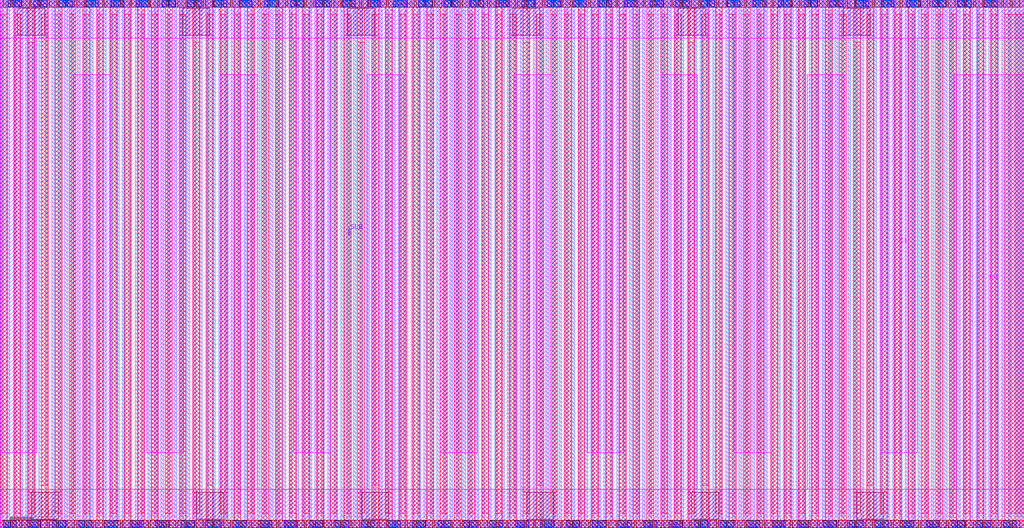
<source format=lef>
# Copyright 2020 The SkyWater PDK Authors
#
# Licensed under the Apache License, Version 2.0 (the "License");
# you may not use this file except in compliance with the License.
# You may obtain a copy of the License at
#
#     https://www.apache.org/licenses/LICENSE-2.0
#
# Unless required by applicable law or agreed to in writing, software
# distributed under the License is distributed on an "AS IS" BASIS,
# WITHOUT WARRANTIES OR CONDITIONS OF ANY KIND, either express or implied.
# See the License for the specific language governing permissions and
# limitations under the License.
#
# SPDX-License-Identifier: Apache-2.0

VERSION 5.7 ;
  NOWIREEXTENSIONATPIN ON ;
  DIVIDERCHAR "/" ;
  BUSBITCHARS "[]" ;
MACRO sky130_fd_pr__cap_vpp_44p7x23p1_pol1m1m2m3m4m5_noshield
  CLASS BLOCK ;
  FOREIGN sky130_fd_pr__cap_vpp_44p7x23p1_pol1m1m2m3m4m5_noshield ;
  ORIGIN  0.000000  0.000000 ;
  SIZE  44.65000 BY  23.05000 ;
  PIN C0
    PORT
      LAYER met5 ;
        RECT  0.000000 0.000000 44.650000  1.675000 ;
        RECT  3.200000 1.675000  4.800000 19.775000 ;
        RECT  9.600000 1.675000 11.200000 19.775000 ;
        RECT 16.000000 1.675000 17.600000 19.775000 ;
        RECT 22.400000 1.675000 24.000000 19.775000 ;
        RECT 28.800000 1.675000 30.400000 19.775000 ;
        RECT 35.200000 1.675000 36.800000 19.775000 ;
        RECT 41.600000 1.675000 44.650000 19.775000 ;
    END
  END C0
  PIN C1
    PORT
      LAYER met5 ;
        RECT  0.000000  3.275000  1.600000 21.375000 ;
        RECT  0.000000 21.375000 44.650000 23.050000 ;
        RECT  6.400000  3.275000  8.000000 21.375000 ;
        RECT 12.800000  3.275000 14.400000 21.375000 ;
        RECT 19.200000  3.275000 20.800000 21.375000 ;
        RECT 25.600000  3.275000 27.200000 21.375000 ;
        RECT 32.000000  3.275000 33.600000 21.375000 ;
        RECT 38.400000  3.275000 40.000000 21.375000 ;
    END
  END C1
  PIN SUB
    PORT
      LAYER pwell ;
        RECT 15.205000 12.785000 15.310000 13.030000 ;
    END
  END SUB
  OBS
    LAYER li1 ;
      RECT  0.000000  0.000000 44.650000  0.330000 ;
      RECT  0.000000  0.330000  0.140000 22.580000 ;
      RECT  0.000000 22.720000 44.650000 23.050000 ;
      RECT  0.280000  0.470000  0.420000 22.720000 ;
      RECT  0.560000  0.330000  0.700000 22.580000 ;
      RECT  0.840000  0.470000  0.980000 22.720000 ;
      RECT  1.120000  0.330000  1.260000 22.580000 ;
      RECT  1.400000  0.470000  1.540000 22.720000 ;
      RECT  1.680000  0.330000  1.820000 22.580000 ;
      RECT  1.960000  0.470000  2.100000 22.720000 ;
      RECT  2.240000  0.330000  2.380000 22.580000 ;
      RECT  2.520000  0.470000  2.660000 22.720000 ;
      RECT  2.800000  0.330000  2.940000 22.580000 ;
      RECT  3.080000  0.470000  3.220000 22.720000 ;
      RECT  3.360000  0.330000  3.500000 22.580000 ;
      RECT  3.640000  0.470000  3.780000 22.720000 ;
      RECT  3.920000  0.330000  4.060000 22.580000 ;
      RECT  4.200000  0.470000  4.340000 22.720000 ;
      RECT  4.480000  0.330000  4.620000 22.580000 ;
      RECT  4.760000  0.470000  4.900000 22.720000 ;
      RECT  5.040000  0.330000  5.180000 22.580000 ;
      RECT  5.320000  0.470000  5.460000 22.720000 ;
      RECT  5.600000  0.330000  5.740000 22.580000 ;
      RECT  5.880000  0.470000  6.020000 22.720000 ;
      RECT  6.160000  0.330000  6.300000 22.580000 ;
      RECT  6.440000  0.470000  6.580000 22.720000 ;
      RECT  6.720000  0.330000  6.860000 22.580000 ;
      RECT  7.000000  0.470000  7.140000 22.720000 ;
      RECT  7.280000  0.330000  7.420000 22.580000 ;
      RECT  7.560000  0.470000  7.700000 22.720000 ;
      RECT  7.840000  0.330000  7.980000 22.580000 ;
      RECT  8.120000  0.470000  8.260000 22.720000 ;
      RECT  8.400000  0.330000  8.540000 22.580000 ;
      RECT  8.680000  0.470000  8.820000 22.720000 ;
      RECT  8.960000  0.330000  9.100000 22.580000 ;
      RECT  9.240000  0.470000  9.380000 22.720000 ;
      RECT  9.520000  0.330000  9.660000 22.580000 ;
      RECT  9.800000  0.470000  9.940000 22.720000 ;
      RECT 10.080000  0.330000 10.220000 22.580000 ;
      RECT 10.360000  0.470000 10.500000 22.720000 ;
      RECT 10.640000  0.330000 10.780000 22.580000 ;
      RECT 10.920000  0.470000 11.060000 22.720000 ;
      RECT 11.200000  0.330000 11.340000 22.580000 ;
      RECT 11.480000  0.470000 11.620000 22.720000 ;
      RECT 11.760000  0.330000 11.900000 22.580000 ;
      RECT 12.040000  0.470000 12.180000 22.720000 ;
      RECT 12.320000  0.330000 12.460000 22.580000 ;
      RECT 12.600000  0.470000 12.740000 22.720000 ;
      RECT 12.880000  0.330000 13.020000 22.580000 ;
      RECT 13.160000  0.470000 13.300000 22.720000 ;
      RECT 13.440000  0.330000 13.580000 22.580000 ;
      RECT 13.720000  0.470000 13.860000 22.720000 ;
      RECT 14.000000  0.330000 14.140000 22.580000 ;
      RECT 14.280000  0.470000 14.420000 22.720000 ;
      RECT 14.560000  0.330000 14.700000 22.580000 ;
      RECT 14.840000  0.470000 14.980000 22.720000 ;
      RECT 15.120000  0.330000 15.260000 22.580000 ;
      RECT 15.400000  0.470000 15.540000 22.720000 ;
      RECT 15.680000  0.330000 15.820000 22.580000 ;
      RECT 15.960000  0.470000 16.100000 22.720000 ;
      RECT 16.240000  0.330000 16.380000 22.580000 ;
      RECT 16.520000  0.470000 16.660000 22.720000 ;
      RECT 16.800000  0.330000 16.940000 22.580000 ;
      RECT 17.080000  0.470000 17.220000 22.720000 ;
      RECT 17.360000  0.330000 17.500000 22.580000 ;
      RECT 17.640000  0.470000 17.780000 22.720000 ;
      RECT 17.920000  0.330000 18.060000 22.580000 ;
      RECT 18.200000  0.470000 18.340000 22.720000 ;
      RECT 18.480000  0.330000 18.620000 22.580000 ;
      RECT 18.760000  0.470000 18.900000 22.720000 ;
      RECT 19.040000  0.330000 19.180000 22.580000 ;
      RECT 19.320000  0.470000 19.460000 22.720000 ;
      RECT 19.600000  0.330000 19.740000 22.580000 ;
      RECT 19.880000  0.470000 20.020000 22.720000 ;
      RECT 20.160000  0.330000 20.300000 22.580000 ;
      RECT 20.440000  0.470000 20.580000 22.720000 ;
      RECT 20.720000  0.330000 20.860000 22.580000 ;
      RECT 21.000000  0.470000 21.140000 22.720000 ;
      RECT 21.280000  0.330000 21.420000 22.580000 ;
      RECT 21.560000  0.470000 21.700000 22.720000 ;
      RECT 21.840000  0.330000 21.980000 22.580000 ;
      RECT 22.120000  0.470000 22.260000 22.720000 ;
      RECT 22.400000  0.330000 22.540000 22.580000 ;
      RECT 22.680000  0.470000 22.820000 22.720000 ;
      RECT 22.960000  0.330000 23.100000 22.580000 ;
      RECT 23.240000  0.470000 23.380000 22.720000 ;
      RECT 23.520000  0.330000 23.660000 22.580000 ;
      RECT 23.800000  0.470000 23.940000 22.720000 ;
      RECT 24.080000  0.330000 24.220000 22.580000 ;
      RECT 24.360000  0.470000 24.500000 22.720000 ;
      RECT 24.640000  0.330000 24.780000 22.580000 ;
      RECT 24.920000  0.470000 25.060000 22.720000 ;
      RECT 25.200000  0.330000 25.340000 22.580000 ;
      RECT 25.480000  0.470000 25.620000 22.720000 ;
      RECT 25.760000  0.330000 25.900000 22.580000 ;
      RECT 26.040000  0.470000 26.180000 22.720000 ;
      RECT 26.320000  0.330000 26.460000 22.580000 ;
      RECT 26.600000  0.470000 26.740000 22.720000 ;
      RECT 26.880000  0.330000 27.020000 22.580000 ;
      RECT 27.160000  0.470000 27.300000 22.720000 ;
      RECT 27.440000  0.330000 27.580000 22.580000 ;
      RECT 27.720000  0.470000 27.860000 22.720000 ;
      RECT 28.000000  0.330000 28.140000 22.580000 ;
      RECT 28.280000  0.470000 28.420000 22.720000 ;
      RECT 28.560000  0.330000 28.700000 22.580000 ;
      RECT 28.840000  0.470000 28.980000 22.720000 ;
      RECT 29.120000  0.330000 29.260000 22.580000 ;
      RECT 29.400000  0.470000 29.540000 22.720000 ;
      RECT 29.680000  0.330000 29.820000 22.580000 ;
      RECT 29.960000  0.470000 30.100000 22.720000 ;
      RECT 30.240000  0.330000 30.380000 22.580000 ;
      RECT 30.520000  0.470000 30.660000 22.720000 ;
      RECT 30.800000  0.330000 30.940000 22.580000 ;
      RECT 31.080000  0.470000 31.220000 22.720000 ;
      RECT 31.360000  0.330000 31.500000 22.580000 ;
      RECT 31.640000  0.470000 31.780000 22.720000 ;
      RECT 31.920000  0.330000 32.060000 22.580000 ;
      RECT 32.200000  0.470000 32.340000 22.720000 ;
      RECT 32.480000  0.330000 32.620000 22.580000 ;
      RECT 32.760000  0.470000 32.900000 22.720000 ;
      RECT 33.040000  0.330000 33.180000 22.580000 ;
      RECT 33.320000  0.470000 33.460000 22.720000 ;
      RECT 33.600000  0.330000 33.740000 22.580000 ;
      RECT 33.880000  0.470000 34.020000 22.720000 ;
      RECT 34.160000  0.330000 34.300000 22.580000 ;
      RECT 34.440000  0.470000 34.580000 22.720000 ;
      RECT 34.720000  0.330000 34.860000 22.580000 ;
      RECT 35.000000  0.470000 35.140000 22.720000 ;
      RECT 35.280000  0.330000 35.420000 22.580000 ;
      RECT 35.560000  0.470000 35.700000 22.720000 ;
      RECT 35.840000  0.330000 35.980000 22.580000 ;
      RECT 36.120000  0.470000 36.260000 22.720000 ;
      RECT 36.400000  0.330000 36.540000 22.580000 ;
      RECT 36.680000  0.470000 36.820000 22.720000 ;
      RECT 36.960000  0.330000 37.100000 22.580000 ;
      RECT 37.240000  0.470000 37.380000 22.720000 ;
      RECT 37.520000  0.330000 37.660000 22.580000 ;
      RECT 37.800000  0.470000 37.940000 22.720000 ;
      RECT 38.080000  0.330000 38.220000 22.580000 ;
      RECT 38.360000  0.470000 38.500000 22.720000 ;
      RECT 38.640000  0.330000 38.780000 22.580000 ;
      RECT 38.920000  0.470000 39.060000 22.720000 ;
      RECT 39.200000  0.330000 39.340000 22.580000 ;
      RECT 39.480000  0.470000 39.620000 22.720000 ;
      RECT 39.760000  0.330000 39.900000 22.580000 ;
      RECT 40.040000  0.470000 40.180000 22.720000 ;
      RECT 40.320000  0.330000 40.460000 22.580000 ;
      RECT 40.600000  0.470000 40.740000 22.720000 ;
      RECT 40.880000  0.330000 41.020000 22.580000 ;
      RECT 41.160000  0.470000 41.300000 22.720000 ;
      RECT 41.440000  0.330000 41.580000 22.580000 ;
      RECT 41.720000  0.470000 41.860000 22.720000 ;
      RECT 42.000000  0.330000 42.140000 22.580000 ;
      RECT 42.280000  0.470000 42.420000 22.720000 ;
      RECT 42.560000  0.330000 42.700000 22.580000 ;
      RECT 42.840000  0.470000 42.980000 22.720000 ;
      RECT 43.120000  0.330000 43.260000 22.580000 ;
      RECT 43.400000  0.470000 43.540000 22.720000 ;
      RECT 43.680000  0.330000 43.820000 22.580000 ;
      RECT 43.960000  0.470000 44.100000 22.720000 ;
      RECT 44.240000  0.330000 44.650000 22.580000 ;
    LAYER mcon ;
      RECT  0.190000  0.080000  0.360000  0.250000 ;
      RECT  0.190000 22.800000  0.360000 22.970000 ;
      RECT  0.550000  0.080000  0.720000  0.250000 ;
      RECT  0.550000 22.800000  0.720000 22.970000 ;
      RECT  0.910000  0.080000  1.080000  0.250000 ;
      RECT  0.910000 22.800000  1.080000 22.970000 ;
      RECT  1.270000  0.080000  1.440000  0.250000 ;
      RECT  1.270000 22.800000  1.440000 22.970000 ;
      RECT  1.630000  0.080000  1.800000  0.250000 ;
      RECT  1.630000 22.800000  1.800000 22.970000 ;
      RECT  1.990000  0.080000  2.160000  0.250000 ;
      RECT  1.990000 22.800000  2.160000 22.970000 ;
      RECT  2.350000  0.080000  2.520000  0.250000 ;
      RECT  2.350000 22.800000  2.520000 22.970000 ;
      RECT  2.710000  0.080000  2.880000  0.250000 ;
      RECT  2.710000 22.800000  2.880000 22.970000 ;
      RECT  3.070000  0.080000  3.240000  0.250000 ;
      RECT  3.070000 22.800000  3.240000 22.970000 ;
      RECT  3.430000  0.080000  3.600000  0.250000 ;
      RECT  3.430000 22.800000  3.600000 22.970000 ;
      RECT  3.790000  0.080000  3.960000  0.250000 ;
      RECT  3.790000 22.800000  3.960000 22.970000 ;
      RECT  4.150000  0.080000  4.320000  0.250000 ;
      RECT  4.150000 22.800000  4.320000 22.970000 ;
      RECT  4.510000  0.080000  4.680000  0.250000 ;
      RECT  4.510000 22.800000  4.680000 22.970000 ;
      RECT  4.870000  0.080000  5.040000  0.250000 ;
      RECT  4.870000 22.800000  5.040000 22.970000 ;
      RECT  5.230000  0.080000  5.400000  0.250000 ;
      RECT  5.230000 22.800000  5.400000 22.970000 ;
      RECT  5.590000  0.080000  5.760000  0.250000 ;
      RECT  5.590000 22.800000  5.760000 22.970000 ;
      RECT  5.950000  0.080000  6.120000  0.250000 ;
      RECT  5.950000 22.800000  6.120000 22.970000 ;
      RECT  6.310000  0.080000  6.480000  0.250000 ;
      RECT  6.310000 22.800000  6.480000 22.970000 ;
      RECT  6.670000  0.080000  6.840000  0.250000 ;
      RECT  6.670000 22.800000  6.840000 22.970000 ;
      RECT  7.030000  0.080000  7.200000  0.250000 ;
      RECT  7.030000 22.800000  7.200000 22.970000 ;
      RECT  7.390000  0.080000  7.560000  0.250000 ;
      RECT  7.390000 22.800000  7.560000 22.970000 ;
      RECT  7.750000  0.080000  7.920000  0.250000 ;
      RECT  7.750000 22.800000  7.920000 22.970000 ;
      RECT  8.110000  0.080000  8.280000  0.250000 ;
      RECT  8.110000 22.800000  8.280000 22.970000 ;
      RECT  8.470000  0.080000  8.640000  0.250000 ;
      RECT  8.470000 22.800000  8.640000 22.970000 ;
      RECT  8.830000  0.080000  9.000000  0.250000 ;
      RECT  8.830000 22.800000  9.000000 22.970000 ;
      RECT  9.190000  0.080000  9.360000  0.250000 ;
      RECT  9.190000 22.800000  9.360000 22.970000 ;
      RECT  9.550000  0.080000  9.720000  0.250000 ;
      RECT  9.550000 22.800000  9.720000 22.970000 ;
      RECT  9.910000  0.080000 10.080000  0.250000 ;
      RECT  9.910000 22.800000 10.080000 22.970000 ;
      RECT 10.270000  0.080000 10.440000  0.250000 ;
      RECT 10.270000 22.800000 10.440000 22.970000 ;
      RECT 10.630000  0.080000 10.800000  0.250000 ;
      RECT 10.630000 22.800000 10.800000 22.970000 ;
      RECT 10.990000  0.080000 11.160000  0.250000 ;
      RECT 10.990000 22.800000 11.160000 22.970000 ;
      RECT 11.350000  0.080000 11.520000  0.250000 ;
      RECT 11.350000 22.800000 11.520000 22.970000 ;
      RECT 11.710000  0.080000 11.880000  0.250000 ;
      RECT 11.710000 22.800000 11.880000 22.970000 ;
      RECT 12.070000  0.080000 12.240000  0.250000 ;
      RECT 12.070000 22.800000 12.240000 22.970000 ;
      RECT 12.430000  0.080000 12.600000  0.250000 ;
      RECT 12.430000 22.800000 12.600000 22.970000 ;
      RECT 12.790000  0.080000 12.960000  0.250000 ;
      RECT 12.790000 22.800000 12.960000 22.970000 ;
      RECT 13.150000  0.080000 13.320000  0.250000 ;
      RECT 13.150000 22.800000 13.320000 22.970000 ;
      RECT 13.510000  0.080000 13.680000  0.250000 ;
      RECT 13.510000 22.800000 13.680000 22.970000 ;
      RECT 13.870000  0.080000 14.040000  0.250000 ;
      RECT 13.870000 22.800000 14.040000 22.970000 ;
      RECT 14.230000  0.080000 14.400000  0.250000 ;
      RECT 14.230000 22.800000 14.400000 22.970000 ;
      RECT 14.590000  0.080000 14.760000  0.250000 ;
      RECT 14.590000 22.800000 14.760000 22.970000 ;
      RECT 14.950000  0.080000 15.120000  0.250000 ;
      RECT 14.950000 22.800000 15.120000 22.970000 ;
      RECT 15.310000  0.080000 15.480000  0.250000 ;
      RECT 15.310000 22.800000 15.480000 22.970000 ;
      RECT 15.670000  0.080000 15.840000  0.250000 ;
      RECT 15.670000 22.800000 15.840000 22.970000 ;
      RECT 16.030000  0.080000 16.200000  0.250000 ;
      RECT 16.030000 22.800000 16.200000 22.970000 ;
      RECT 16.390000  0.080000 16.560000  0.250000 ;
      RECT 16.390000 22.800000 16.560000 22.970000 ;
      RECT 16.750000  0.080000 16.920000  0.250000 ;
      RECT 16.750000 22.800000 16.920000 22.970000 ;
      RECT 17.110000  0.080000 17.280000  0.250000 ;
      RECT 17.110000 22.800000 17.280000 22.970000 ;
      RECT 17.470000  0.080000 17.640000  0.250000 ;
      RECT 17.470000 22.800000 17.640000 22.970000 ;
      RECT 17.830000  0.080000 18.000000  0.250000 ;
      RECT 17.830000 22.800000 18.000000 22.970000 ;
      RECT 18.190000  0.080000 18.360000  0.250000 ;
      RECT 18.190000 22.800000 18.360000 22.970000 ;
      RECT 18.550000  0.080000 18.720000  0.250000 ;
      RECT 18.550000 22.800000 18.720000 22.970000 ;
      RECT 18.910000  0.080000 19.080000  0.250000 ;
      RECT 18.910000 22.800000 19.080000 22.970000 ;
      RECT 19.270000  0.080000 19.440000  0.250000 ;
      RECT 19.270000 22.800000 19.440000 22.970000 ;
      RECT 19.630000  0.080000 19.800000  0.250000 ;
      RECT 19.630000 22.800000 19.800000 22.970000 ;
      RECT 19.990000  0.080000 20.160000  0.250000 ;
      RECT 19.990000 22.800000 20.160000 22.970000 ;
      RECT 20.350000  0.080000 20.520000  0.250000 ;
      RECT 20.350000 22.800000 20.520000 22.970000 ;
      RECT 20.710000  0.080000 20.880000  0.250000 ;
      RECT 20.710000 22.800000 20.880000 22.970000 ;
      RECT 21.070000  0.080000 21.240000  0.250000 ;
      RECT 21.070000 22.800000 21.240000 22.970000 ;
      RECT 21.430000  0.080000 21.600000  0.250000 ;
      RECT 21.430000 22.800000 21.600000 22.970000 ;
      RECT 21.790000  0.080000 21.960000  0.250000 ;
      RECT 21.790000 22.800000 21.960000 22.970000 ;
      RECT 22.150000  0.080000 22.320000  0.250000 ;
      RECT 22.150000 22.800000 22.320000 22.970000 ;
      RECT 22.510000  0.080000 22.680000  0.250000 ;
      RECT 22.510000 22.800000 22.680000 22.970000 ;
      RECT 22.870000  0.080000 23.040000  0.250000 ;
      RECT 22.870000 22.800000 23.040000 22.970000 ;
      RECT 23.230000  0.080000 23.400000  0.250000 ;
      RECT 23.230000 22.800000 23.400000 22.970000 ;
      RECT 23.590000  0.080000 23.760000  0.250000 ;
      RECT 23.590000 22.800000 23.760000 22.970000 ;
      RECT 23.950000  0.080000 24.120000  0.250000 ;
      RECT 23.950000 22.800000 24.120000 22.970000 ;
      RECT 24.310000  0.080000 24.480000  0.250000 ;
      RECT 24.310000 22.800000 24.480000 22.970000 ;
      RECT 24.670000  0.080000 24.840000  0.250000 ;
      RECT 24.670000 22.800000 24.840000 22.970000 ;
      RECT 25.030000  0.080000 25.200000  0.250000 ;
      RECT 25.030000 22.800000 25.200000 22.970000 ;
      RECT 25.390000  0.080000 25.560000  0.250000 ;
      RECT 25.390000 22.800000 25.560000 22.970000 ;
      RECT 25.750000  0.080000 25.920000  0.250000 ;
      RECT 25.750000 22.800000 25.920000 22.970000 ;
      RECT 26.110000  0.080000 26.280000  0.250000 ;
      RECT 26.110000 22.800000 26.280000 22.970000 ;
      RECT 26.470000  0.080000 26.640000  0.250000 ;
      RECT 26.470000 22.800000 26.640000 22.970000 ;
      RECT 26.830000  0.080000 27.000000  0.250000 ;
      RECT 26.830000 22.800000 27.000000 22.970000 ;
      RECT 27.190000  0.080000 27.360000  0.250000 ;
      RECT 27.190000 22.800000 27.360000 22.970000 ;
      RECT 27.550000  0.080000 27.720000  0.250000 ;
      RECT 27.550000 22.800000 27.720000 22.970000 ;
      RECT 27.910000  0.080000 28.080000  0.250000 ;
      RECT 27.910000 22.800000 28.080000 22.970000 ;
      RECT 28.270000  0.080000 28.440000  0.250000 ;
      RECT 28.270000 22.800000 28.440000 22.970000 ;
      RECT 28.630000  0.080000 28.800000  0.250000 ;
      RECT 28.630000 22.800000 28.800000 22.970000 ;
      RECT 28.990000  0.080000 29.160000  0.250000 ;
      RECT 28.990000 22.800000 29.160000 22.970000 ;
      RECT 29.350000  0.080000 29.520000  0.250000 ;
      RECT 29.350000 22.800000 29.520000 22.970000 ;
      RECT 29.710000  0.080000 29.880000  0.250000 ;
      RECT 29.710000 22.800000 29.880000 22.970000 ;
      RECT 30.070000  0.080000 30.240000  0.250000 ;
      RECT 30.070000 22.800000 30.240000 22.970000 ;
      RECT 30.430000  0.080000 30.600000  0.250000 ;
      RECT 30.430000 22.800000 30.600000 22.970000 ;
      RECT 30.790000  0.080000 30.960000  0.250000 ;
      RECT 30.790000 22.800000 30.960000 22.970000 ;
      RECT 31.150000  0.080000 31.320000  0.250000 ;
      RECT 31.150000 22.800000 31.320000 22.970000 ;
      RECT 31.510000  0.080000 31.680000  0.250000 ;
      RECT 31.510000 22.800000 31.680000 22.970000 ;
      RECT 31.870000  0.080000 32.040000  0.250000 ;
      RECT 31.870000 22.800000 32.040000 22.970000 ;
      RECT 32.230000  0.080000 32.400000  0.250000 ;
      RECT 32.230000 22.800000 32.400000 22.970000 ;
      RECT 32.590000  0.080000 32.760000  0.250000 ;
      RECT 32.590000 22.800000 32.760000 22.970000 ;
      RECT 32.950000  0.080000 33.120000  0.250000 ;
      RECT 32.950000 22.800000 33.120000 22.970000 ;
      RECT 33.310000  0.080000 33.480000  0.250000 ;
      RECT 33.310000 22.800000 33.480000 22.970000 ;
      RECT 33.670000  0.080000 33.840000  0.250000 ;
      RECT 33.670000 22.800000 33.840000 22.970000 ;
      RECT 34.030000  0.080000 34.200000  0.250000 ;
      RECT 34.030000 22.800000 34.200000 22.970000 ;
      RECT 34.390000  0.080000 34.560000  0.250000 ;
      RECT 34.390000 22.800000 34.560000 22.970000 ;
      RECT 34.750000  0.080000 34.920000  0.250000 ;
      RECT 34.750000 22.800000 34.920000 22.970000 ;
      RECT 35.110000  0.080000 35.280000  0.250000 ;
      RECT 35.110000 22.800000 35.280000 22.970000 ;
      RECT 35.470000  0.080000 35.640000  0.250000 ;
      RECT 35.470000 22.800000 35.640000 22.970000 ;
      RECT 35.830000  0.080000 36.000000  0.250000 ;
      RECT 35.830000 22.800000 36.000000 22.970000 ;
      RECT 36.190000  0.080000 36.360000  0.250000 ;
      RECT 36.190000 22.800000 36.360000 22.970000 ;
      RECT 36.550000  0.080000 36.720000  0.250000 ;
      RECT 36.550000 22.800000 36.720000 22.970000 ;
      RECT 36.910000  0.080000 37.080000  0.250000 ;
      RECT 36.910000 22.800000 37.080000 22.970000 ;
      RECT 37.270000  0.080000 37.440000  0.250000 ;
      RECT 37.270000 22.800000 37.440000 22.970000 ;
      RECT 37.630000  0.080000 37.800000  0.250000 ;
      RECT 37.630000 22.800000 37.800000 22.970000 ;
      RECT 37.990000  0.080000 38.160000  0.250000 ;
      RECT 37.990000 22.800000 38.160000 22.970000 ;
      RECT 38.350000  0.080000 38.520000  0.250000 ;
      RECT 38.350000 22.800000 38.520000 22.970000 ;
      RECT 38.710000  0.080000 38.880000  0.250000 ;
      RECT 38.710000 22.800000 38.880000 22.970000 ;
      RECT 39.070000  0.080000 39.240000  0.250000 ;
      RECT 39.070000 22.800000 39.240000 22.970000 ;
      RECT 39.430000  0.080000 39.600000  0.250000 ;
      RECT 39.430000 22.800000 39.600000 22.970000 ;
      RECT 39.790000  0.080000 39.960000  0.250000 ;
      RECT 39.790000 22.800000 39.960000 22.970000 ;
      RECT 40.150000  0.080000 40.320000  0.250000 ;
      RECT 40.150000 22.800000 40.320000 22.970000 ;
      RECT 40.510000  0.080000 40.680000  0.250000 ;
      RECT 40.510000 22.800000 40.680000 22.970000 ;
      RECT 40.870000  0.080000 41.040000  0.250000 ;
      RECT 40.870000 22.800000 41.040000 22.970000 ;
      RECT 41.230000  0.080000 41.400000  0.250000 ;
      RECT 41.230000 22.800000 41.400000 22.970000 ;
      RECT 41.590000  0.080000 41.760000  0.250000 ;
      RECT 41.590000 22.800000 41.760000 22.970000 ;
      RECT 41.950000  0.080000 42.120000  0.250000 ;
      RECT 41.950000 22.800000 42.120000 22.970000 ;
      RECT 42.310000  0.080000 42.480000  0.250000 ;
      RECT 42.310000 22.800000 42.480000 22.970000 ;
      RECT 42.670000  0.080000 42.840000  0.250000 ;
      RECT 42.670000 22.800000 42.840000 22.970000 ;
      RECT 43.030000  0.080000 43.200000  0.250000 ;
      RECT 43.030000 22.800000 43.200000 22.970000 ;
      RECT 43.390000  0.080000 43.560000  0.250000 ;
      RECT 43.390000 22.800000 43.560000 22.970000 ;
      RECT 43.750000  0.080000 43.920000  0.250000 ;
      RECT 43.750000 22.800000 43.920000 22.970000 ;
      RECT 44.110000  0.080000 44.280000  0.250000 ;
      RECT 44.110000 22.800000 44.280000 22.970000 ;
    LAYER met1 ;
      RECT  0.000000  0.000000 44.650000  0.330000 ;
      RECT  0.000000  0.470000  0.140000 22.720000 ;
      RECT  0.000000 22.720000 44.650000 23.050000 ;
      RECT  0.280000  0.330000  0.420000 22.580000 ;
      RECT  0.560000  0.470000  0.700000 22.720000 ;
      RECT  0.840000  0.330000  0.980000 22.580000 ;
      RECT  1.120000  0.470000  1.260000 22.720000 ;
      RECT  1.400000  0.330000  1.540000 22.580000 ;
      RECT  1.680000  0.470000  1.820000 22.720000 ;
      RECT  1.960000  0.330000  2.100000 22.580000 ;
      RECT  2.240000  0.470000  2.380000 22.720000 ;
      RECT  2.520000  0.330000  2.660000 22.580000 ;
      RECT  2.800000  0.470000  2.940000 22.720000 ;
      RECT  3.080000  0.330000  3.220000 22.580000 ;
      RECT  3.360000  0.470000  3.500000 22.720000 ;
      RECT  3.640000  0.330000  3.780000 22.580000 ;
      RECT  3.920000  0.470000  4.060000 22.720000 ;
      RECT  4.200000  0.330000  4.340000 22.580000 ;
      RECT  4.480000  0.470000  4.620000 22.720000 ;
      RECT  4.760000  0.330000  4.900000 22.580000 ;
      RECT  5.040000  0.470000  5.180000 22.720000 ;
      RECT  5.320000  0.330000  5.460000 22.580000 ;
      RECT  5.600000  0.470000  5.740000 22.720000 ;
      RECT  5.880000  0.330000  6.020000 22.580000 ;
      RECT  6.160000  0.470000  6.300000 22.720000 ;
      RECT  6.440000  0.330000  6.580000 22.580000 ;
      RECT  6.720000  0.470000  6.860000 22.720000 ;
      RECT  7.000000  0.330000  7.140000 22.580000 ;
      RECT  7.280000  0.470000  7.420000 22.720000 ;
      RECT  7.560000  0.330000  7.700000 22.580000 ;
      RECT  7.840000  0.470000  7.980000 22.720000 ;
      RECT  8.120000  0.330000  8.260000 22.580000 ;
      RECT  8.400000  0.470000  8.540000 22.720000 ;
      RECT  8.680000  0.330000  8.820000 22.580000 ;
      RECT  8.960000  0.470000  9.100000 22.720000 ;
      RECT  9.240000  0.330000  9.380000 22.580000 ;
      RECT  9.520000  0.470000  9.660000 22.720000 ;
      RECT  9.800000  0.330000  9.940000 22.580000 ;
      RECT 10.080000  0.470000 10.220000 22.720000 ;
      RECT 10.360000  0.330000 10.500000 22.580000 ;
      RECT 10.640000  0.470000 10.780000 22.720000 ;
      RECT 10.920000  0.330000 11.060000 22.580000 ;
      RECT 11.200000  0.470000 11.340000 22.720000 ;
      RECT 11.480000  0.330000 11.620000 22.580000 ;
      RECT 11.760000  0.470000 11.900000 22.720000 ;
      RECT 12.040000  0.330000 12.180000 22.580000 ;
      RECT 12.320000  0.470000 12.460000 22.720000 ;
      RECT 12.600000  0.330000 12.740000 22.580000 ;
      RECT 12.880000  0.470000 13.020000 22.720000 ;
      RECT 13.160000  0.330000 13.300000 22.580000 ;
      RECT 13.440000  0.470000 13.580000 22.720000 ;
      RECT 13.720000  0.330000 13.860000 22.580000 ;
      RECT 14.000000  0.470000 14.140000 22.720000 ;
      RECT 14.280000  0.330000 14.420000 22.580000 ;
      RECT 14.560000  0.470000 14.700000 22.720000 ;
      RECT 14.840000  0.330000 14.980000 22.580000 ;
      RECT 15.120000  0.470000 15.260000 22.720000 ;
      RECT 15.400000  0.330000 15.540000 22.580000 ;
      RECT 15.680000  0.470000 15.820000 22.720000 ;
      RECT 15.960000  0.330000 16.100000 22.580000 ;
      RECT 16.240000  0.470000 16.380000 22.720000 ;
      RECT 16.520000  0.330000 16.660000 22.580000 ;
      RECT 16.800000  0.470000 16.940000 22.720000 ;
      RECT 17.080000  0.330000 17.220000 22.580000 ;
      RECT 17.360000  0.470000 17.500000 22.720000 ;
      RECT 17.640000  0.330000 17.780000 22.580000 ;
      RECT 17.920000  0.470000 18.060000 22.720000 ;
      RECT 18.200000  0.330000 18.340000 22.580000 ;
      RECT 18.480000  0.470000 18.620000 22.720000 ;
      RECT 18.760000  0.330000 18.900000 22.580000 ;
      RECT 19.040000  0.470000 19.180000 22.720000 ;
      RECT 19.320000  0.330000 19.460000 22.580000 ;
      RECT 19.600000  0.470000 19.740000 22.720000 ;
      RECT 19.880000  0.330000 20.020000 22.580000 ;
      RECT 20.160000  0.470000 20.300000 22.720000 ;
      RECT 20.440000  0.330000 20.580000 22.580000 ;
      RECT 20.720000  0.470000 20.860000 22.720000 ;
      RECT 21.000000  0.330000 21.140000 22.580000 ;
      RECT 21.280000  0.470000 21.420000 22.720000 ;
      RECT 21.560000  0.330000 21.700000 22.580000 ;
      RECT 21.840000  0.470000 21.980000 22.720000 ;
      RECT 22.120000  0.330000 22.260000 22.580000 ;
      RECT 22.400000  0.470000 22.540000 22.720000 ;
      RECT 22.680000  0.330000 22.820000 22.580000 ;
      RECT 22.960000  0.470000 23.100000 22.720000 ;
      RECT 23.240000  0.330000 23.380000 22.580000 ;
      RECT 23.520000  0.470000 23.660000 22.720000 ;
      RECT 23.800000  0.330000 23.940000 22.580000 ;
      RECT 24.080000  0.470000 24.220000 22.720000 ;
      RECT 24.360000  0.330000 24.500000 22.580000 ;
      RECT 24.640000  0.470000 24.780000 22.720000 ;
      RECT 24.920000  0.330000 25.060000 22.580000 ;
      RECT 25.200000  0.470000 25.340000 22.720000 ;
      RECT 25.480000  0.330000 25.620000 22.580000 ;
      RECT 25.760000  0.470000 25.900000 22.720000 ;
      RECT 26.040000  0.330000 26.180000 22.580000 ;
      RECT 26.320000  0.470000 26.460000 22.720000 ;
      RECT 26.600000  0.330000 26.740000 22.580000 ;
      RECT 26.880000  0.470000 27.020000 22.720000 ;
      RECT 27.160000  0.330000 27.300000 22.580000 ;
      RECT 27.440000  0.470000 27.580000 22.720000 ;
      RECT 27.720000  0.330000 27.860000 22.580000 ;
      RECT 28.000000  0.470000 28.140000 22.720000 ;
      RECT 28.280000  0.330000 28.420000 22.580000 ;
      RECT 28.560000  0.470000 28.700000 22.720000 ;
      RECT 28.840000  0.330000 28.980000 22.580000 ;
      RECT 29.120000  0.470000 29.260000 22.720000 ;
      RECT 29.400000  0.330000 29.540000 22.580000 ;
      RECT 29.680000  0.470000 29.820000 22.720000 ;
      RECT 29.960000  0.330000 30.100000 22.580000 ;
      RECT 30.240000  0.470000 30.380000 22.720000 ;
      RECT 30.520000  0.330000 30.660000 22.580000 ;
      RECT 30.800000  0.470000 30.940000 22.720000 ;
      RECT 31.080000  0.330000 31.220000 22.580000 ;
      RECT 31.360000  0.470000 31.500000 22.720000 ;
      RECT 31.640000  0.330000 31.780000 22.580000 ;
      RECT 31.920000  0.470000 32.060000 22.720000 ;
      RECT 32.200000  0.330000 32.340000 22.580000 ;
      RECT 32.480000  0.470000 32.620000 22.720000 ;
      RECT 32.760000  0.330000 32.900000 22.580000 ;
      RECT 33.040000  0.470000 33.180000 22.720000 ;
      RECT 33.320000  0.330000 33.460000 22.580000 ;
      RECT 33.600000  0.470000 33.740000 22.720000 ;
      RECT 33.880000  0.330000 34.020000 22.580000 ;
      RECT 34.160000  0.470000 34.300000 22.720000 ;
      RECT 34.440000  0.330000 34.580000 22.580000 ;
      RECT 34.720000  0.470000 34.860000 22.720000 ;
      RECT 35.000000  0.330000 35.140000 22.580000 ;
      RECT 35.280000  0.470000 35.420000 22.720000 ;
      RECT 35.560000  0.330000 35.700000 22.580000 ;
      RECT 35.840000  0.470000 35.980000 22.720000 ;
      RECT 36.120000  0.330000 36.260000 22.580000 ;
      RECT 36.400000  0.470000 36.540000 22.720000 ;
      RECT 36.680000  0.330000 36.820000 22.580000 ;
      RECT 36.960000  0.470000 37.100000 22.720000 ;
      RECT 37.240000  0.330000 37.380000 22.580000 ;
      RECT 37.520000  0.470000 37.660000 22.720000 ;
      RECT 37.800000  0.330000 37.940000 22.580000 ;
      RECT 38.080000  0.470000 38.220000 22.720000 ;
      RECT 38.360000  0.330000 38.500000 22.580000 ;
      RECT 38.640000  0.470000 38.780000 22.720000 ;
      RECT 38.920000  0.330000 39.060000 22.580000 ;
      RECT 39.200000  0.470000 39.340000 22.720000 ;
      RECT 39.480000  0.330000 39.620000 22.580000 ;
      RECT 39.760000  0.470000 39.900000 22.720000 ;
      RECT 40.040000  0.330000 40.180000 22.580000 ;
      RECT 40.320000  0.470000 40.460000 22.720000 ;
      RECT 40.600000  0.330000 40.740000 22.580000 ;
      RECT 40.880000  0.470000 41.020000 22.720000 ;
      RECT 41.160000  0.330000 41.300000 22.580000 ;
      RECT 41.440000  0.470000 41.580000 22.720000 ;
      RECT 41.720000  0.330000 41.860000 22.580000 ;
      RECT 42.000000  0.470000 42.140000 22.720000 ;
      RECT 42.280000  0.330000 42.420000 22.580000 ;
      RECT 42.560000  0.470000 42.700000 22.720000 ;
      RECT 42.840000  0.330000 42.980000 22.580000 ;
      RECT 43.120000  0.470000 43.260000 22.720000 ;
      RECT 43.400000  0.330000 43.540000 22.580000 ;
      RECT 43.680000  0.470000 43.820000 22.720000 ;
      RECT 43.960000  0.330000 44.100000 22.580000 ;
      RECT 44.240000  0.470000 44.650000 22.720000 ;
    LAYER met2 ;
      RECT  0.000000  0.000000  0.700000  0.330000 ;
      RECT  0.000000  0.330000  0.140000 23.050000 ;
      RECT  0.280000  0.470000  0.420000 22.720000 ;
      RECT  0.280000 22.720000  0.980000 23.050000 ;
      RECT  0.560000  0.330000  0.700000 22.580000 ;
      RECT  0.840000  0.000000  0.980000 22.720000 ;
      RECT  1.120000  0.000000  1.820000  0.330000 ;
      RECT  1.120000  0.330000  1.260000 23.050000 ;
      RECT  1.400000  0.470000  1.540000 22.720000 ;
      RECT  1.400000 22.720000  2.100000 23.050000 ;
      RECT  1.680000  0.330000  1.820000 22.580000 ;
      RECT  1.960000  0.000000  2.100000 22.720000 ;
      RECT  2.240000  0.000000  2.940000  0.330000 ;
      RECT  2.240000  0.330000  2.380000 23.050000 ;
      RECT  2.520000  0.470000  2.660000 22.720000 ;
      RECT  2.520000 22.720000  3.220000 23.050000 ;
      RECT  2.800000  0.330000  2.940000 22.580000 ;
      RECT  3.080000  0.000000  3.220000 22.720000 ;
      RECT  3.360000  0.000000  4.060000  0.330000 ;
      RECT  3.360000  0.330000  3.500000 23.050000 ;
      RECT  3.640000  0.470000  3.780000 22.720000 ;
      RECT  3.640000 22.720000  4.340000 23.050000 ;
      RECT  3.920000  0.330000  4.060000 22.580000 ;
      RECT  4.200000  0.000000  4.340000 22.720000 ;
      RECT  4.480000  0.000000  5.180000  0.330000 ;
      RECT  4.480000  0.330000  4.620000 23.050000 ;
      RECT  4.760000  0.470000  4.900000 22.720000 ;
      RECT  4.760000 22.720000  5.460000 23.050000 ;
      RECT  5.040000  0.330000  5.180000 22.580000 ;
      RECT  5.320000  0.000000  5.460000 22.720000 ;
      RECT  5.600000  0.000000  6.300000  0.330000 ;
      RECT  5.600000  0.330000  5.740000 23.050000 ;
      RECT  5.880000  0.470000  6.020000 22.720000 ;
      RECT  5.880000 22.720000  6.580000 23.050000 ;
      RECT  6.160000  0.330000  6.300000 22.580000 ;
      RECT  6.440000  0.000000  6.580000 22.720000 ;
      RECT  6.720000  0.000000  7.420000  0.330000 ;
      RECT  6.720000  0.330000  6.860000 23.050000 ;
      RECT  7.000000  0.470000  7.140000 22.720000 ;
      RECT  7.000000 22.720000  7.700000 23.050000 ;
      RECT  7.280000  0.330000  7.420000 22.580000 ;
      RECT  7.560000  0.000000  7.700000 22.720000 ;
      RECT  7.840000  0.000000  8.540000  0.330000 ;
      RECT  7.840000  0.330000  7.980000 23.050000 ;
      RECT  8.120000  0.470000  8.260000 22.720000 ;
      RECT  8.120000 22.720000  8.820000 23.050000 ;
      RECT  8.400000  0.330000  8.540000 22.580000 ;
      RECT  8.680000  0.000000  8.820000 22.720000 ;
      RECT  8.960000  0.000000  9.660000  0.330000 ;
      RECT  8.960000  0.330000  9.100000 23.050000 ;
      RECT  9.240000  0.470000  9.380000 22.720000 ;
      RECT  9.240000 22.720000  9.940000 23.050000 ;
      RECT  9.520000  0.330000  9.660000 22.580000 ;
      RECT  9.800000  0.000000  9.940000 22.720000 ;
      RECT 10.080000  0.000000 10.780000  0.330000 ;
      RECT 10.080000  0.330000 10.220000 23.050000 ;
      RECT 10.360000  0.470000 10.500000 22.720000 ;
      RECT 10.360000 22.720000 11.060000 23.050000 ;
      RECT 10.640000  0.330000 10.780000 22.580000 ;
      RECT 10.920000  0.000000 11.060000 22.720000 ;
      RECT 11.200000  0.000000 11.900000  0.330000 ;
      RECT 11.200000  0.330000 11.340000 23.050000 ;
      RECT 11.480000  0.470000 11.620000 22.720000 ;
      RECT 11.480000 22.720000 12.180000 23.050000 ;
      RECT 11.760000  0.330000 11.900000 22.580000 ;
      RECT 12.040000  0.000000 12.180000 22.720000 ;
      RECT 12.320000  0.000000 13.020000  0.330000 ;
      RECT 12.320000  0.330000 12.460000 23.050000 ;
      RECT 12.600000  0.470000 12.740000 22.720000 ;
      RECT 12.600000 22.720000 13.300000 23.050000 ;
      RECT 12.880000  0.330000 13.020000 22.580000 ;
      RECT 13.160000  0.000000 13.300000 22.720000 ;
      RECT 13.440000  0.000000 14.140000  0.330000 ;
      RECT 13.440000  0.330000 13.580000 23.050000 ;
      RECT 13.720000  0.470000 13.860000 22.720000 ;
      RECT 13.720000 22.720000 14.420000 23.050000 ;
      RECT 14.000000  0.330000 14.140000 22.580000 ;
      RECT 14.280000  0.000000 14.420000 22.720000 ;
      RECT 14.560000  0.000000 15.260000  0.330000 ;
      RECT 14.560000  0.330000 14.700000 23.050000 ;
      RECT 14.840000  0.470000 14.980000 22.720000 ;
      RECT 14.840000 22.720000 15.540000 23.050000 ;
      RECT 15.120000  0.330000 15.260000 22.580000 ;
      RECT 15.400000  0.000000 15.540000 22.720000 ;
      RECT 15.680000  0.000000 16.380000  0.330000 ;
      RECT 15.680000  0.330000 15.820000 23.050000 ;
      RECT 15.960000  0.470000 16.100000 22.720000 ;
      RECT 15.960000 22.720000 16.660000 23.050000 ;
      RECT 16.240000  0.330000 16.380000 22.580000 ;
      RECT 16.520000  0.000000 16.660000 22.720000 ;
      RECT 16.800000  0.000000 17.500000  0.330000 ;
      RECT 16.800000  0.330000 16.940000 23.050000 ;
      RECT 17.080000  0.470000 17.220000 22.720000 ;
      RECT 17.080000 22.720000 17.780000 23.050000 ;
      RECT 17.360000  0.330000 17.500000 22.580000 ;
      RECT 17.640000  0.000000 17.780000 22.720000 ;
      RECT 17.920000  0.000000 18.620000  0.330000 ;
      RECT 17.920000  0.330000 18.060000 23.050000 ;
      RECT 18.200000  0.470000 18.340000 22.720000 ;
      RECT 18.200000 22.720000 18.900000 23.050000 ;
      RECT 18.480000  0.330000 18.620000 22.580000 ;
      RECT 18.760000  0.000000 18.900000 22.720000 ;
      RECT 19.040000  0.000000 19.740000  0.330000 ;
      RECT 19.040000  0.330000 19.180000 23.050000 ;
      RECT 19.320000  0.470000 19.460000 22.720000 ;
      RECT 19.320000 22.720000 20.020000 23.050000 ;
      RECT 19.600000  0.330000 19.740000 22.580000 ;
      RECT 19.880000  0.000000 20.020000 22.720000 ;
      RECT 20.160000  0.000000 20.860000  0.330000 ;
      RECT 20.160000  0.330000 20.300000 23.050000 ;
      RECT 20.440000  0.470000 20.580000 22.720000 ;
      RECT 20.440000 22.720000 21.140000 23.050000 ;
      RECT 20.720000  0.330000 20.860000 22.580000 ;
      RECT 21.000000  0.000000 21.140000 22.720000 ;
      RECT 21.280000  0.000000 21.980000  0.330000 ;
      RECT 21.280000  0.330000 21.420000 23.050000 ;
      RECT 21.560000  0.470000 21.700000 22.720000 ;
      RECT 21.560000 22.720000 22.260000 23.050000 ;
      RECT 21.840000  0.330000 21.980000 22.580000 ;
      RECT 22.120000  0.000000 22.260000 22.720000 ;
      RECT 22.400000  0.000000 23.100000  0.330000 ;
      RECT 22.400000  0.330000 22.540000 23.050000 ;
      RECT 22.680000  0.470000 22.820000 22.720000 ;
      RECT 22.680000 22.720000 23.380000 23.050000 ;
      RECT 22.960000  0.330000 23.100000 22.580000 ;
      RECT 23.240000  0.000000 23.380000 22.720000 ;
      RECT 23.520000  0.000000 24.220000  0.330000 ;
      RECT 23.520000  0.330000 23.660000 23.050000 ;
      RECT 23.800000  0.470000 23.940000 22.720000 ;
      RECT 23.800000 22.720000 24.500000 23.050000 ;
      RECT 24.080000  0.330000 24.220000 22.580000 ;
      RECT 24.360000  0.000000 24.500000 22.720000 ;
      RECT 24.640000  0.000000 25.340000  0.330000 ;
      RECT 24.640000  0.330000 24.780000 23.050000 ;
      RECT 24.920000  0.470000 25.060000 22.720000 ;
      RECT 24.920000 22.720000 25.620000 23.050000 ;
      RECT 25.200000  0.330000 25.340000 22.580000 ;
      RECT 25.480000  0.000000 25.620000 22.720000 ;
      RECT 25.760000  0.000000 26.460000  0.330000 ;
      RECT 25.760000  0.330000 25.900000 23.050000 ;
      RECT 26.040000  0.470000 26.180000 22.720000 ;
      RECT 26.040000 22.720000 26.740000 23.050000 ;
      RECT 26.320000  0.330000 26.460000 22.580000 ;
      RECT 26.600000  0.000000 26.740000 22.720000 ;
      RECT 26.880000  0.000000 27.580000  0.330000 ;
      RECT 26.880000  0.330000 27.020000 23.050000 ;
      RECT 27.160000  0.470000 27.300000 22.720000 ;
      RECT 27.160000 22.720000 27.860000 23.050000 ;
      RECT 27.440000  0.330000 27.580000 22.580000 ;
      RECT 27.720000  0.000000 27.860000 22.720000 ;
      RECT 28.000000  0.000000 28.700000  0.330000 ;
      RECT 28.000000  0.330000 28.140000 23.050000 ;
      RECT 28.280000  0.470000 28.420000 22.720000 ;
      RECT 28.280000 22.720000 28.980000 23.050000 ;
      RECT 28.560000  0.330000 28.700000 22.580000 ;
      RECT 28.840000  0.000000 28.980000 22.720000 ;
      RECT 29.120000  0.000000 29.820000  0.330000 ;
      RECT 29.120000  0.330000 29.260000 23.050000 ;
      RECT 29.400000  0.470000 29.540000 22.720000 ;
      RECT 29.400000 22.720000 30.100000 23.050000 ;
      RECT 29.680000  0.330000 29.820000 22.580000 ;
      RECT 29.960000  0.000000 30.100000 22.720000 ;
      RECT 30.240000  0.000000 30.940000  0.330000 ;
      RECT 30.240000  0.330000 30.380000 23.050000 ;
      RECT 30.520000  0.470000 30.660000 22.720000 ;
      RECT 30.520000 22.720000 31.220000 23.050000 ;
      RECT 30.800000  0.330000 30.940000 22.580000 ;
      RECT 31.080000  0.000000 31.220000 22.720000 ;
      RECT 31.360000  0.000000 32.060000  0.330000 ;
      RECT 31.360000  0.330000 31.500000 23.050000 ;
      RECT 31.640000  0.470000 31.780000 22.720000 ;
      RECT 31.640000 22.720000 32.340000 23.050000 ;
      RECT 31.920000  0.330000 32.060000 22.580000 ;
      RECT 32.200000  0.000000 32.340000 22.720000 ;
      RECT 32.480000  0.000000 33.180000  0.330000 ;
      RECT 32.480000  0.330000 32.620000 23.050000 ;
      RECT 32.760000  0.470000 32.900000 22.720000 ;
      RECT 32.760000 22.720000 33.460000 23.050000 ;
      RECT 33.040000  0.330000 33.180000 22.580000 ;
      RECT 33.320000  0.000000 33.460000 22.720000 ;
      RECT 33.600000  0.000000 34.300000  0.330000 ;
      RECT 33.600000  0.330000 33.740000 23.050000 ;
      RECT 33.880000  0.470000 34.020000 22.720000 ;
      RECT 33.880000 22.720000 34.580000 23.050000 ;
      RECT 34.160000  0.330000 34.300000 22.580000 ;
      RECT 34.440000  0.000000 34.580000 22.720000 ;
      RECT 34.720000  0.000000 35.420000  0.330000 ;
      RECT 34.720000  0.330000 34.860000 23.050000 ;
      RECT 35.000000  0.470000 35.140000 22.720000 ;
      RECT 35.000000 22.720000 35.700000 23.050000 ;
      RECT 35.280000  0.330000 35.420000 22.580000 ;
      RECT 35.560000  0.000000 35.700000 22.720000 ;
      RECT 35.840000  0.000000 36.540000  0.330000 ;
      RECT 35.840000  0.330000 35.980000 23.050000 ;
      RECT 36.120000  0.470000 36.260000 22.720000 ;
      RECT 36.120000 22.720000 36.820000 23.050000 ;
      RECT 36.400000  0.330000 36.540000 22.580000 ;
      RECT 36.680000  0.000000 36.820000 22.720000 ;
      RECT 36.960000  0.000000 37.660000  0.330000 ;
      RECT 36.960000  0.330000 37.100000 23.050000 ;
      RECT 37.240000  0.470000 37.380000 22.720000 ;
      RECT 37.240000 22.720000 37.940000 23.050000 ;
      RECT 37.520000  0.330000 37.660000 22.580000 ;
      RECT 37.800000  0.000000 37.940000 22.720000 ;
      RECT 38.080000  0.000000 38.780000  0.330000 ;
      RECT 38.080000  0.330000 38.220000 23.050000 ;
      RECT 38.360000  0.470000 38.500000 22.720000 ;
      RECT 38.360000 22.720000 39.060000 23.050000 ;
      RECT 38.640000  0.330000 38.780000 22.580000 ;
      RECT 38.920000  0.000000 39.060000 22.720000 ;
      RECT 39.200000  0.000000 39.900000  0.330000 ;
      RECT 39.200000  0.330000 39.340000 23.050000 ;
      RECT 39.480000  0.470000 39.620000 22.720000 ;
      RECT 39.480000 22.720000 40.180000 23.050000 ;
      RECT 39.760000  0.330000 39.900000 22.580000 ;
      RECT 40.040000  0.000000 40.180000 22.720000 ;
      RECT 40.320000  0.000000 41.020000  0.330000 ;
      RECT 40.320000  0.330000 40.460000 23.050000 ;
      RECT 40.600000  0.470000 40.740000 22.720000 ;
      RECT 40.600000 22.720000 41.300000 23.050000 ;
      RECT 40.880000  0.330000 41.020000 22.580000 ;
      RECT 41.160000  0.000000 41.300000 22.720000 ;
      RECT 41.440000  0.000000 42.140000  0.330000 ;
      RECT 41.440000  0.330000 41.580000 23.050000 ;
      RECT 41.720000  0.470000 41.860000 22.720000 ;
      RECT 41.720000 22.720000 42.420000 23.050000 ;
      RECT 42.000000  0.330000 42.140000 22.580000 ;
      RECT 42.280000  0.000000 42.420000 22.720000 ;
      RECT 42.560000  0.000000 43.260000  0.330000 ;
      RECT 42.560000  0.330000 42.700000 23.050000 ;
      RECT 42.840000  0.470000 42.980000 22.720000 ;
      RECT 42.840000 22.720000 44.650000 23.050000 ;
      RECT 43.120000  0.330000 43.260000 22.580000 ;
      RECT 43.400000  0.000000 43.540000 22.720000 ;
      RECT 43.680000  0.000000 44.650000  0.330000 ;
      RECT 43.680000  0.330000 43.820000 22.580000 ;
      RECT 43.960000  0.470000 44.100000 22.720000 ;
      RECT 44.240000  0.330000 44.650000 22.580000 ;
    LAYER met3 ;
      RECT  0.000000  0.000000 44.650000  0.330000 ;
      RECT  0.000000  0.630000  0.300000 22.720000 ;
      RECT  0.000000 22.720000 44.650000 23.050000 ;
      RECT  0.600000  0.330000  0.900000 22.420000 ;
      RECT  1.200000  0.630000  1.500000 22.720000 ;
      RECT  1.800000  0.330000  2.100000 22.420000 ;
      RECT  2.400000  0.630000  2.700000 22.720000 ;
      RECT  3.000000  0.330000  3.300000 22.420000 ;
      RECT  3.600000  0.630000  3.900000 22.720000 ;
      RECT  4.200000  0.330000  4.500000 22.420000 ;
      RECT  4.800000  0.630000  5.100000 22.720000 ;
      RECT  5.400000  0.330000  5.700000 22.420000 ;
      RECT  6.000000  0.630000  6.300000 22.720000 ;
      RECT  6.600000  0.330000  6.900000 22.420000 ;
      RECT  7.200000  0.630000  7.500000 22.720000 ;
      RECT  7.800000  0.330000  8.100000 22.420000 ;
      RECT  8.400000  0.630000  8.700000 22.720000 ;
      RECT  9.000000  0.330000  9.300000 22.420000 ;
      RECT  9.600000  0.630000  9.900000 22.720000 ;
      RECT 10.200000  0.330000 10.500000 22.420000 ;
      RECT 10.800000  0.630000 11.100000 22.720000 ;
      RECT 11.400000  0.330000 11.700000 22.420000 ;
      RECT 12.000000  0.630000 12.300000 22.720000 ;
      RECT 12.600000  0.330000 12.900000 22.420000 ;
      RECT 13.200000  0.630000 13.500000 22.720000 ;
      RECT 13.800000  0.330000 14.100000 22.420000 ;
      RECT 14.400000  0.630000 14.700000 22.720000 ;
      RECT 15.000000  0.330000 15.300000 22.420000 ;
      RECT 15.600000  0.630000 15.900000 22.720000 ;
      RECT 16.200000  0.330000 16.500000 22.420000 ;
      RECT 16.800000  0.630000 17.100000 22.720000 ;
      RECT 17.400000  0.330000 17.700000 22.420000 ;
      RECT 18.000000  0.630000 18.300000 22.720000 ;
      RECT 18.600000  0.330000 18.900000 22.420000 ;
      RECT 19.200000  0.630000 19.500000 22.720000 ;
      RECT 19.800000  0.330000 20.100000 22.420000 ;
      RECT 20.400000  0.630000 20.700000 22.720000 ;
      RECT 21.000000  0.330000 21.300000 22.420000 ;
      RECT 21.600000  0.630000 21.900000 22.720000 ;
      RECT 22.200000  0.330000 22.500000 22.420000 ;
      RECT 22.800000  0.630000 23.100000 22.720000 ;
      RECT 23.400000  0.330000 23.700000 22.420000 ;
      RECT 24.000000  0.630000 24.300000 22.720000 ;
      RECT 24.600000  0.330000 24.900000 22.420000 ;
      RECT 25.200000  0.630000 25.500000 22.720000 ;
      RECT 25.800000  0.330000 26.100000 22.420000 ;
      RECT 26.400000  0.630000 26.700000 22.720000 ;
      RECT 27.000000  0.330000 27.300000 22.420000 ;
      RECT 27.600000  0.630000 27.900000 22.720000 ;
      RECT 28.200000  0.330000 28.500000 22.420000 ;
      RECT 28.800000  0.630000 29.100000 22.720000 ;
      RECT 29.400000  0.330000 29.700000 22.420000 ;
      RECT 30.000000  0.630000 30.300000 22.720000 ;
      RECT 30.600000  0.330000 30.900000 22.420000 ;
      RECT 31.200000  0.630000 31.500000 22.720000 ;
      RECT 31.800000  0.330000 32.100000 22.420000 ;
      RECT 32.400000  0.630000 32.700000 22.720000 ;
      RECT 33.000000  0.330000 33.300000 22.420000 ;
      RECT 33.600000  0.630000 33.900000 22.720000 ;
      RECT 34.200000  0.330000 34.500000 22.420000 ;
      RECT 34.800000  0.630000 35.100000 22.720000 ;
      RECT 35.400000  0.330000 35.700000 22.420000 ;
      RECT 36.000000  0.630000 36.300000 22.720000 ;
      RECT 36.600000  0.330000 36.900000 22.420000 ;
      RECT 37.200000  0.630000 37.500000 22.720000 ;
      RECT 37.800000  0.330000 38.100000 22.420000 ;
      RECT 38.400000  0.630000 38.700000 22.720000 ;
      RECT 39.000000  0.330000 39.300000 22.420000 ;
      RECT 39.600000  0.630000 39.900000 22.720000 ;
      RECT 40.200000  0.330000 40.500000 22.420000 ;
      RECT 40.800000  0.630000 41.100000 22.720000 ;
      RECT 41.400000  0.330000 41.700000 22.420000 ;
      RECT 42.000000  0.630000 42.300000 22.720000 ;
      RECT 42.600000  0.330000 42.900000 22.420000 ;
      RECT 43.200000  0.630000 43.500000 22.720000 ;
      RECT 43.800000  0.330000 44.650000 22.420000 ;
    LAYER met4 ;
      RECT  0.000000  0.000000 44.650000  0.330000 ;
      RECT  0.000000  0.330000  0.300000 22.420000 ;
      RECT  0.000000 22.720000 44.650000 23.050000 ;
      RECT  0.600000  0.630000  0.900000 21.495000 ;
      RECT  0.600000 21.495000  2.100000 22.720000 ;
      RECT  1.200000  0.330000  2.700000  1.555000 ;
      RECT  1.200000  1.555000  1.500000 21.195000 ;
      RECT  1.800000  1.855000  2.100000 21.495000 ;
      RECT  2.400000  1.555000  2.700000 22.420000 ;
      RECT  3.000000  0.630000  3.300000 22.720000 ;
      RECT  3.600000  0.330000  3.900000 22.420000 ;
      RECT  4.200000  0.630000  4.500000 22.720000 ;
      RECT  4.800000  0.330000  5.100000 22.420000 ;
      RECT  5.400000  0.630000  5.700000 22.720000 ;
      RECT  6.000000  0.330000  6.300000 22.420000 ;
      RECT  6.600000  0.630000  6.900000 22.720000 ;
      RECT  7.200000  0.330000  7.500000 22.420000 ;
      RECT  7.800000  0.630000  8.100000 21.495000 ;
      RECT  7.800000 21.495000  9.300000 22.720000 ;
      RECT  8.400000  0.330000  9.900000  1.555000 ;
      RECT  8.400000  1.555000  8.700000 21.195000 ;
      RECT  9.000000  1.855000  9.300000 21.495000 ;
      RECT  9.600000  1.555000  9.900000 22.420000 ;
      RECT 10.200000  0.630000 10.500000 22.720000 ;
      RECT 10.800000  0.330000 11.100000 22.420000 ;
      RECT 11.400000  0.630000 11.700000 22.720000 ;
      RECT 12.000000  0.330000 12.300000 22.420000 ;
      RECT 12.600000  0.630000 12.900000 22.720000 ;
      RECT 13.200000  0.330000 13.500000 22.420000 ;
      RECT 13.800000  0.630000 14.100000 22.720000 ;
      RECT 14.400000  0.330000 14.700000 22.420000 ;
      RECT 15.000000  0.630000 15.300000 21.495000 ;
      RECT 15.000000 21.495000 16.500000 22.720000 ;
      RECT 15.600000  0.330000 17.100000  1.555000 ;
      RECT 15.600000  1.555000 15.900000 21.195000 ;
      RECT 16.200000  1.855000 16.500000 21.495000 ;
      RECT 16.800000  1.555000 17.100000 22.420000 ;
      RECT 17.400000  0.630000 17.700000 22.720000 ;
      RECT 18.000000  0.330000 18.300000 22.420000 ;
      RECT 18.600000  0.630000 18.900000 22.720000 ;
      RECT 19.200000  0.330000 19.500000 22.420000 ;
      RECT 19.800000  0.630000 20.100000 22.720000 ;
      RECT 20.400000  0.330000 20.700000 22.420000 ;
      RECT 21.000000  0.630000 21.300000 22.720000 ;
      RECT 21.600000  0.330000 21.900000 22.420000 ;
      RECT 22.200000  0.630000 22.500000 21.495000 ;
      RECT 22.200000 21.495000 23.700000 22.720000 ;
      RECT 22.800000  0.330000 24.300000  1.555000 ;
      RECT 22.800000  1.555000 23.100000 21.195000 ;
      RECT 23.400000  1.855000 23.700000 21.495000 ;
      RECT 24.000000  1.555000 24.300000 22.420000 ;
      RECT 24.600000  0.630000 24.900000 22.720000 ;
      RECT 25.200000  0.330000 25.500000 22.420000 ;
      RECT 25.800000  0.630000 26.100000 22.720000 ;
      RECT 26.400000  0.330000 26.700000 22.420000 ;
      RECT 27.000000  0.630000 27.300000 22.720000 ;
      RECT 27.600000  0.330000 27.900000 22.420000 ;
      RECT 28.200000  0.630000 28.500000 22.720000 ;
      RECT 28.800000  0.330000 29.100000 22.420000 ;
      RECT 29.400000  0.630000 29.700000 21.495000 ;
      RECT 29.400000 21.495000 30.900000 22.720000 ;
      RECT 30.000000  0.330000 31.500000  1.555000 ;
      RECT 30.000000  1.555000 30.300000 21.195000 ;
      RECT 30.600000  1.855000 30.900000 21.495000 ;
      RECT 31.200000  1.555000 31.500000 22.420000 ;
      RECT 31.800000  0.630000 32.100000 22.720000 ;
      RECT 32.400000  0.330000 32.700000 22.420000 ;
      RECT 33.000000  0.630000 33.300000 22.720000 ;
      RECT 33.600000  0.330000 33.900000 22.420000 ;
      RECT 34.200000  0.630000 34.500000 22.720000 ;
      RECT 34.800000  0.330000 35.100000 22.420000 ;
      RECT 35.400000  0.630000 35.700000 22.720000 ;
      RECT 36.000000  0.330000 36.300000 22.420000 ;
      RECT 36.600000  0.630000 36.900000 21.495000 ;
      RECT 36.600000 21.495000 38.100000 22.720000 ;
      RECT 37.200000  0.330000 38.700000  1.555000 ;
      RECT 37.200000  1.555000 37.500000 21.195000 ;
      RECT 37.800000  1.855000 38.100000 21.495000 ;
      RECT 38.400000  1.555000 38.700000 22.420000 ;
      RECT 39.000000  0.630000 39.300000 22.720000 ;
      RECT 39.600000  0.330000 39.900000 22.420000 ;
      RECT 40.200000  0.630000 40.500000 22.720000 ;
      RECT 40.800000  0.330000 41.100000 22.420000 ;
      RECT 41.400000  0.630000 41.700000 22.720000 ;
      RECT 42.000000  0.330000 42.300000 22.420000 ;
      RECT 42.600000  0.630000 42.900000 22.720000 ;
      RECT 43.200000  0.330000 43.500000 22.420000 ;
      RECT 43.800000  0.630000 44.650000 22.720000 ;
    LAYER via ;
      RECT  0.120000  0.035000  0.380000  0.295000 ;
      RECT  0.340000 22.755000  0.600000 23.015000 ;
      RECT  0.440000  0.035000  0.700000  0.295000 ;
      RECT  0.660000 22.755000  0.920000 23.015000 ;
      RECT  1.180000  0.035000  1.440000  0.295000 ;
      RECT  1.460000 22.755000  1.720000 23.015000 ;
      RECT  1.500000  0.035000  1.760000  0.295000 ;
      RECT  1.780000 22.755000  2.040000 23.015000 ;
      RECT  2.300000  0.035000  2.560000  0.295000 ;
      RECT  2.580000 22.755000  2.840000 23.015000 ;
      RECT  2.620000  0.035000  2.880000  0.295000 ;
      RECT  2.900000 22.755000  3.160000 23.015000 ;
      RECT  3.420000  0.035000  3.680000  0.295000 ;
      RECT  3.700000 22.755000  3.960000 23.015000 ;
      RECT  3.740000  0.035000  4.000000  0.295000 ;
      RECT  4.020000 22.755000  4.280000 23.015000 ;
      RECT  4.540000  0.035000  4.800000  0.295000 ;
      RECT  4.820000 22.755000  5.080000 23.015000 ;
      RECT  4.860000  0.035000  5.120000  0.295000 ;
      RECT  5.140000 22.755000  5.400000 23.015000 ;
      RECT  5.660000  0.035000  5.920000  0.295000 ;
      RECT  5.940000 22.755000  6.200000 23.015000 ;
      RECT  5.980000  0.035000  6.240000  0.295000 ;
      RECT  6.260000 22.755000  6.520000 23.015000 ;
      RECT  6.780000  0.035000  7.040000  0.295000 ;
      RECT  7.060000 22.755000  7.320000 23.015000 ;
      RECT  7.100000  0.035000  7.360000  0.295000 ;
      RECT  7.380000 22.755000  7.640000 23.015000 ;
      RECT  7.900000  0.035000  8.160000  0.295000 ;
      RECT  8.180000 22.755000  8.440000 23.015000 ;
      RECT  8.220000  0.035000  8.480000  0.295000 ;
      RECT  8.500000 22.755000  8.760000 23.015000 ;
      RECT  9.020000  0.035000  9.280000  0.295000 ;
      RECT  9.300000 22.755000  9.560000 23.015000 ;
      RECT  9.340000  0.035000  9.600000  0.295000 ;
      RECT  9.620000 22.755000  9.880000 23.015000 ;
      RECT 10.140000  0.035000 10.400000  0.295000 ;
      RECT 10.420000 22.755000 10.680000 23.015000 ;
      RECT 10.460000  0.035000 10.720000  0.295000 ;
      RECT 10.740000 22.755000 11.000000 23.015000 ;
      RECT 11.260000  0.035000 11.520000  0.295000 ;
      RECT 11.540000 22.755000 11.800000 23.015000 ;
      RECT 11.580000  0.035000 11.840000  0.295000 ;
      RECT 11.860000 22.755000 12.120000 23.015000 ;
      RECT 12.380000  0.035000 12.640000  0.295000 ;
      RECT 12.660000 22.755000 12.920000 23.015000 ;
      RECT 12.700000  0.035000 12.960000  0.295000 ;
      RECT 12.980000 22.755000 13.240000 23.015000 ;
      RECT 13.500000  0.035000 13.760000  0.295000 ;
      RECT 13.780000 22.755000 14.040000 23.015000 ;
      RECT 13.820000  0.035000 14.080000  0.295000 ;
      RECT 14.100000 22.755000 14.360000 23.015000 ;
      RECT 14.620000  0.035000 14.880000  0.295000 ;
      RECT 14.900000 22.755000 15.160000 23.015000 ;
      RECT 14.940000  0.035000 15.200000  0.295000 ;
      RECT 15.220000 22.755000 15.480000 23.015000 ;
      RECT 15.740000  0.035000 16.000000  0.295000 ;
      RECT 16.020000 22.755000 16.280000 23.015000 ;
      RECT 16.060000  0.035000 16.320000  0.295000 ;
      RECT 16.340000 22.755000 16.600000 23.015000 ;
      RECT 16.860000  0.035000 17.120000  0.295000 ;
      RECT 17.140000 22.755000 17.400000 23.015000 ;
      RECT 17.180000  0.035000 17.440000  0.295000 ;
      RECT 17.460000 22.755000 17.720000 23.015000 ;
      RECT 17.980000  0.035000 18.240000  0.295000 ;
      RECT 18.260000 22.755000 18.520000 23.015000 ;
      RECT 18.300000  0.035000 18.560000  0.295000 ;
      RECT 18.580000 22.755000 18.840000 23.015000 ;
      RECT 19.100000  0.035000 19.360000  0.295000 ;
      RECT 19.380000 22.755000 19.640000 23.015000 ;
      RECT 19.420000  0.035000 19.680000  0.295000 ;
      RECT 19.700000 22.755000 19.960000 23.015000 ;
      RECT 20.220000  0.035000 20.480000  0.295000 ;
      RECT 20.500000 22.755000 20.760000 23.015000 ;
      RECT 20.540000  0.035000 20.800000  0.295000 ;
      RECT 20.820000 22.755000 21.080000 23.015000 ;
      RECT 21.340000  0.035000 21.600000  0.295000 ;
      RECT 21.620000 22.755000 21.880000 23.015000 ;
      RECT 21.660000  0.035000 21.920000  0.295000 ;
      RECT 21.940000 22.755000 22.200000 23.015000 ;
      RECT 22.460000  0.035000 22.720000  0.295000 ;
      RECT 22.740000 22.755000 23.000000 23.015000 ;
      RECT 22.780000  0.035000 23.040000  0.295000 ;
      RECT 23.060000 22.755000 23.320000 23.015000 ;
      RECT 23.580000  0.035000 23.840000  0.295000 ;
      RECT 23.860000 22.755000 24.120000 23.015000 ;
      RECT 23.900000  0.035000 24.160000  0.295000 ;
      RECT 24.180000 22.755000 24.440000 23.015000 ;
      RECT 24.700000  0.035000 24.960000  0.295000 ;
      RECT 24.980000 22.755000 25.240000 23.015000 ;
      RECT 25.020000  0.035000 25.280000  0.295000 ;
      RECT 25.300000 22.755000 25.560000 23.015000 ;
      RECT 25.820000  0.035000 26.080000  0.295000 ;
      RECT 26.100000 22.755000 26.360000 23.015000 ;
      RECT 26.140000  0.035000 26.400000  0.295000 ;
      RECT 26.420000 22.755000 26.680000 23.015000 ;
      RECT 26.940000  0.035000 27.200000  0.295000 ;
      RECT 27.220000 22.755000 27.480000 23.015000 ;
      RECT 27.260000  0.035000 27.520000  0.295000 ;
      RECT 27.540000 22.755000 27.800000 23.015000 ;
      RECT 28.060000  0.035000 28.320000  0.295000 ;
      RECT 28.340000 22.755000 28.600000 23.015000 ;
      RECT 28.380000  0.035000 28.640000  0.295000 ;
      RECT 28.660000 22.755000 28.920000 23.015000 ;
      RECT 29.180000  0.035000 29.440000  0.295000 ;
      RECT 29.460000 22.755000 29.720000 23.015000 ;
      RECT 29.500000  0.035000 29.760000  0.295000 ;
      RECT 29.780000 22.755000 30.040000 23.015000 ;
      RECT 30.300000  0.035000 30.560000  0.295000 ;
      RECT 30.580000 22.755000 30.840000 23.015000 ;
      RECT 30.620000  0.035000 30.880000  0.295000 ;
      RECT 30.900000 22.755000 31.160000 23.015000 ;
      RECT 31.420000  0.035000 31.680000  0.295000 ;
      RECT 31.700000 22.755000 31.960000 23.015000 ;
      RECT 31.740000  0.035000 32.000000  0.295000 ;
      RECT 32.020000 22.755000 32.280000 23.015000 ;
      RECT 32.540000  0.035000 32.800000  0.295000 ;
      RECT 32.820000 22.755000 33.080000 23.015000 ;
      RECT 32.860000  0.035000 33.120000  0.295000 ;
      RECT 33.140000 22.755000 33.400000 23.015000 ;
      RECT 33.660000  0.035000 33.920000  0.295000 ;
      RECT 33.940000 22.755000 34.200000 23.015000 ;
      RECT 33.980000  0.035000 34.240000  0.295000 ;
      RECT 34.260000 22.755000 34.520000 23.015000 ;
      RECT 34.780000  0.035000 35.040000  0.295000 ;
      RECT 35.060000 22.755000 35.320000 23.015000 ;
      RECT 35.100000  0.035000 35.360000  0.295000 ;
      RECT 35.380000 22.755000 35.640000 23.015000 ;
      RECT 35.900000  0.035000 36.160000  0.295000 ;
      RECT 36.180000 22.755000 36.440000 23.015000 ;
      RECT 36.220000  0.035000 36.480000  0.295000 ;
      RECT 36.500000 22.755000 36.760000 23.015000 ;
      RECT 37.020000  0.035000 37.280000  0.295000 ;
      RECT 37.300000 22.755000 37.560000 23.015000 ;
      RECT 37.340000  0.035000 37.600000  0.295000 ;
      RECT 37.620000 22.755000 37.880000 23.015000 ;
      RECT 38.140000  0.035000 38.400000  0.295000 ;
      RECT 38.420000 22.755000 38.680000 23.015000 ;
      RECT 38.460000  0.035000 38.720000  0.295000 ;
      RECT 38.740000 22.755000 39.000000 23.015000 ;
      RECT 39.260000  0.035000 39.520000  0.295000 ;
      RECT 39.540000 22.755000 39.800000 23.015000 ;
      RECT 39.580000  0.035000 39.840000  0.295000 ;
      RECT 39.860000 22.755000 40.120000 23.015000 ;
      RECT 40.380000  0.035000 40.640000  0.295000 ;
      RECT 40.660000 22.755000 40.920000 23.015000 ;
      RECT 40.700000  0.035000 40.960000  0.295000 ;
      RECT 40.980000 22.755000 41.240000 23.015000 ;
      RECT 41.500000  0.035000 41.760000  0.295000 ;
      RECT 41.780000 22.755000 42.040000 23.015000 ;
      RECT 41.820000  0.035000 42.080000  0.295000 ;
      RECT 42.100000 22.755000 42.360000 23.015000 ;
      RECT 42.620000  0.035000 42.880000  0.295000 ;
      RECT 42.900000 22.755000 43.160000 23.015000 ;
      RECT 42.940000  0.035000 43.200000  0.295000 ;
      RECT 43.220000 22.755000 43.480000 23.015000 ;
      RECT 43.740000  0.035000 44.000000  0.295000 ;
      RECT 44.060000  0.035000 44.320000  0.295000 ;
    LAYER via2 ;
      RECT  0.210000  0.025000  0.490000  0.305000 ;
      RECT  0.490000 22.745000  0.770000 23.025000 ;
      RECT  1.330000  0.025000  1.610000  0.305000 ;
      RECT  1.610000 22.745000  1.890000 23.025000 ;
      RECT  2.450000  0.025000  2.730000  0.305000 ;
      RECT  2.730000 22.745000  3.010000 23.025000 ;
      RECT  3.570000  0.025000  3.850000  0.305000 ;
      RECT  3.850000 22.745000  4.130000 23.025000 ;
      RECT  4.690000  0.025000  4.970000  0.305000 ;
      RECT  4.970000 22.745000  5.250000 23.025000 ;
      RECT  5.810000  0.025000  6.090000  0.305000 ;
      RECT  6.090000 22.745000  6.370000 23.025000 ;
      RECT  6.930000  0.025000  7.210000  0.305000 ;
      RECT  7.210000 22.745000  7.490000 23.025000 ;
      RECT  8.050000  0.025000  8.330000  0.305000 ;
      RECT  8.330000 22.745000  8.610000 23.025000 ;
      RECT  9.170000  0.025000  9.450000  0.305000 ;
      RECT  9.450000 22.745000  9.730000 23.025000 ;
      RECT 10.290000  0.025000 10.570000  0.305000 ;
      RECT 10.570000 22.745000 10.850000 23.025000 ;
      RECT 11.410000  0.025000 11.690000  0.305000 ;
      RECT 11.690000 22.745000 11.970000 23.025000 ;
      RECT 12.530000  0.025000 12.810000  0.305000 ;
      RECT 12.810000 22.745000 13.090000 23.025000 ;
      RECT 13.650000  0.025000 13.930000  0.305000 ;
      RECT 13.930000 22.745000 14.210000 23.025000 ;
      RECT 14.770000  0.025000 15.050000  0.305000 ;
      RECT 15.050000 22.745000 15.330000 23.025000 ;
      RECT 15.890000  0.025000 16.170000  0.305000 ;
      RECT 16.170000 22.745000 16.450000 23.025000 ;
      RECT 17.010000  0.025000 17.290000  0.305000 ;
      RECT 17.290000 22.745000 17.570000 23.025000 ;
      RECT 18.130000  0.025000 18.410000  0.305000 ;
      RECT 18.410000 22.745000 18.690000 23.025000 ;
      RECT 19.250000  0.025000 19.530000  0.305000 ;
      RECT 19.530000 22.745000 19.810000 23.025000 ;
      RECT 20.370000  0.025000 20.650000  0.305000 ;
      RECT 20.650000 22.745000 20.930000 23.025000 ;
      RECT 21.490000  0.025000 21.770000  0.305000 ;
      RECT 21.770000 22.745000 22.050000 23.025000 ;
      RECT 22.610000  0.025000 22.890000  0.305000 ;
      RECT 22.890000 22.745000 23.170000 23.025000 ;
      RECT 23.730000  0.025000 24.010000  0.305000 ;
      RECT 24.010000 22.745000 24.290000 23.025000 ;
      RECT 24.850000  0.025000 25.130000  0.305000 ;
      RECT 25.130000 22.745000 25.410000 23.025000 ;
      RECT 25.970000  0.025000 26.250000  0.305000 ;
      RECT 26.250000 22.745000 26.530000 23.025000 ;
      RECT 27.090000  0.025000 27.370000  0.305000 ;
      RECT 27.370000 22.745000 27.650000 23.025000 ;
      RECT 28.210000  0.025000 28.490000  0.305000 ;
      RECT 28.490000 22.745000 28.770000 23.025000 ;
      RECT 29.330000  0.025000 29.610000  0.305000 ;
      RECT 29.610000 22.745000 29.890000 23.025000 ;
      RECT 30.450000  0.025000 30.730000  0.305000 ;
      RECT 30.730000 22.745000 31.010000 23.025000 ;
      RECT 31.570000  0.025000 31.850000  0.305000 ;
      RECT 31.850000 22.745000 32.130000 23.025000 ;
      RECT 32.690000  0.025000 32.970000  0.305000 ;
      RECT 32.970000 22.745000 33.250000 23.025000 ;
      RECT 33.810000  0.025000 34.090000  0.305000 ;
      RECT 34.090000 22.745000 34.370000 23.025000 ;
      RECT 34.930000  0.025000 35.210000  0.305000 ;
      RECT 35.210000 22.745000 35.490000 23.025000 ;
      RECT 36.050000  0.025000 36.330000  0.305000 ;
      RECT 36.330000 22.745000 36.610000 23.025000 ;
      RECT 37.170000  0.025000 37.450000  0.305000 ;
      RECT 37.450000 22.745000 37.730000 23.025000 ;
      RECT 38.290000  0.025000 38.570000  0.305000 ;
      RECT 38.570000 22.745000 38.850000 23.025000 ;
      RECT 39.410000  0.025000 39.690000  0.305000 ;
      RECT 39.690000 22.745000 39.970000 23.025000 ;
      RECT 40.530000  0.025000 40.810000  0.305000 ;
      RECT 40.810000 22.745000 41.090000 23.025000 ;
      RECT 41.650000  0.025000 41.930000  0.305000 ;
      RECT 41.930000 22.745000 42.210000 23.025000 ;
      RECT 42.770000  0.025000 43.050000  0.305000 ;
      RECT 43.050000 22.745000 43.330000 23.025000 ;
      RECT 43.890000  0.025000 44.170000  0.305000 ;
    LAYER via3 ;
      RECT  0.140000  0.005000  0.460000  0.325000 ;
      RECT  0.140000 22.725000  0.460000 23.045000 ;
      RECT  0.540000  0.005000  0.860000  0.325000 ;
      RECT  0.540000 22.725000  0.860000 23.045000 ;
      RECT  0.940000  0.005000  1.260000  0.325000 ;
      RECT  0.940000 22.725000  1.260000 23.045000 ;
      RECT  1.340000  0.005000  1.660000  0.325000 ;
      RECT  1.340000 22.725000  1.660000 23.045000 ;
      RECT  1.740000  0.005000  2.060000  0.325000 ;
      RECT  1.740000 22.725000  2.060000 23.045000 ;
      RECT  2.140000  0.005000  2.460000  0.325000 ;
      RECT  2.140000 22.725000  2.460000 23.045000 ;
      RECT  2.540000  0.005000  2.860000  0.325000 ;
      RECT  2.540000 22.725000  2.860000 23.045000 ;
      RECT  2.940000  0.005000  3.260000  0.325000 ;
      RECT  2.940000 22.725000  3.260000 23.045000 ;
      RECT  3.340000  0.005000  3.660000  0.325000 ;
      RECT  3.340000 22.725000  3.660000 23.045000 ;
      RECT  3.740000  0.005000  4.060000  0.325000 ;
      RECT  3.740000 22.725000  4.060000 23.045000 ;
      RECT  4.140000  0.005000  4.460000  0.325000 ;
      RECT  4.140000 22.725000  4.460000 23.045000 ;
      RECT  4.540000  0.005000  4.860000  0.325000 ;
      RECT  4.540000 22.725000  4.860000 23.045000 ;
      RECT  4.940000  0.005000  5.260000  0.325000 ;
      RECT  4.940000 22.725000  5.260000 23.045000 ;
      RECT  5.340000  0.005000  5.660000  0.325000 ;
      RECT  5.340000 22.725000  5.660000 23.045000 ;
      RECT  5.740000  0.005000  6.060000  0.325000 ;
      RECT  5.740000 22.725000  6.060000 23.045000 ;
      RECT  6.140000  0.005000  6.460000  0.325000 ;
      RECT  6.140000 22.725000  6.460000 23.045000 ;
      RECT  6.540000  0.005000  6.860000  0.325000 ;
      RECT  6.540000 22.725000  6.860000 23.045000 ;
      RECT  6.940000  0.005000  7.260000  0.325000 ;
      RECT  6.940000 22.725000  7.260000 23.045000 ;
      RECT  7.340000  0.005000  7.660000  0.325000 ;
      RECT  7.340000 22.725000  7.660000 23.045000 ;
      RECT  7.740000  0.005000  8.060000  0.325000 ;
      RECT  7.740000 22.725000  8.060000 23.045000 ;
      RECT  8.140000  0.005000  8.460000  0.325000 ;
      RECT  8.140000 22.725000  8.460000 23.045000 ;
      RECT  8.540000  0.005000  8.860000  0.325000 ;
      RECT  8.540000 22.725000  8.860000 23.045000 ;
      RECT  8.940000  0.005000  9.260000  0.325000 ;
      RECT  8.940000 22.725000  9.260000 23.045000 ;
      RECT  9.340000  0.005000  9.660000  0.325000 ;
      RECT  9.340000 22.725000  9.660000 23.045000 ;
      RECT  9.740000  0.005000 10.060000  0.325000 ;
      RECT  9.740000 22.725000 10.060000 23.045000 ;
      RECT 10.140000  0.005000 10.460000  0.325000 ;
      RECT 10.140000 22.725000 10.460000 23.045000 ;
      RECT 10.540000  0.005000 10.860000  0.325000 ;
      RECT 10.540000 22.725000 10.860000 23.045000 ;
      RECT 10.940000  0.005000 11.260000  0.325000 ;
      RECT 10.940000 22.725000 11.260000 23.045000 ;
      RECT 11.340000  0.005000 11.660000  0.325000 ;
      RECT 11.340000 22.725000 11.660000 23.045000 ;
      RECT 11.740000  0.005000 12.060000  0.325000 ;
      RECT 11.740000 22.725000 12.060000 23.045000 ;
      RECT 12.140000  0.005000 12.460000  0.325000 ;
      RECT 12.140000 22.725000 12.460000 23.045000 ;
      RECT 12.540000  0.005000 12.860000  0.325000 ;
      RECT 12.540000 22.725000 12.860000 23.045000 ;
      RECT 12.940000  0.005000 13.260000  0.325000 ;
      RECT 12.940000 22.725000 13.260000 23.045000 ;
      RECT 13.340000  0.005000 13.660000  0.325000 ;
      RECT 13.340000 22.725000 13.660000 23.045000 ;
      RECT 13.740000  0.005000 14.060000  0.325000 ;
      RECT 13.740000 22.725000 14.060000 23.045000 ;
      RECT 14.140000  0.005000 14.460000  0.325000 ;
      RECT 14.140000 22.725000 14.460000 23.045000 ;
      RECT 14.540000  0.005000 14.860000  0.325000 ;
      RECT 14.540000 22.725000 14.860000 23.045000 ;
      RECT 14.940000  0.005000 15.260000  0.325000 ;
      RECT 14.940000 22.725000 15.260000 23.045000 ;
      RECT 15.340000  0.005000 15.660000  0.325000 ;
      RECT 15.340000 22.725000 15.660000 23.045000 ;
      RECT 15.740000  0.005000 16.060000  0.325000 ;
      RECT 15.740000 22.725000 16.060000 23.045000 ;
      RECT 16.140000  0.005000 16.460000  0.325000 ;
      RECT 16.140000 22.725000 16.460000 23.045000 ;
      RECT 16.540000  0.005000 16.860000  0.325000 ;
      RECT 16.540000 22.725000 16.860000 23.045000 ;
      RECT 16.940000  0.005000 17.260000  0.325000 ;
      RECT 16.940000 22.725000 17.260000 23.045000 ;
      RECT 17.340000  0.005000 17.660000  0.325000 ;
      RECT 17.340000 22.725000 17.660000 23.045000 ;
      RECT 17.740000  0.005000 18.060000  0.325000 ;
      RECT 17.740000 22.725000 18.060000 23.045000 ;
      RECT 18.140000  0.005000 18.460000  0.325000 ;
      RECT 18.140000 22.725000 18.460000 23.045000 ;
      RECT 18.540000  0.005000 18.860000  0.325000 ;
      RECT 18.540000 22.725000 18.860000 23.045000 ;
      RECT 18.940000  0.005000 19.260000  0.325000 ;
      RECT 18.940000 22.725000 19.260000 23.045000 ;
      RECT 19.340000  0.005000 19.660000  0.325000 ;
      RECT 19.340000 22.725000 19.660000 23.045000 ;
      RECT 19.740000  0.005000 20.060000  0.325000 ;
      RECT 19.740000 22.725000 20.060000 23.045000 ;
      RECT 20.140000  0.005000 20.460000  0.325000 ;
      RECT 20.140000 22.725000 20.460000 23.045000 ;
      RECT 20.540000  0.005000 20.860000  0.325000 ;
      RECT 20.540000 22.725000 20.860000 23.045000 ;
      RECT 20.940000  0.005000 21.260000  0.325000 ;
      RECT 20.940000 22.725000 21.260000 23.045000 ;
      RECT 21.340000  0.005000 21.660000  0.325000 ;
      RECT 21.340000 22.725000 21.660000 23.045000 ;
      RECT 21.740000  0.005000 22.060000  0.325000 ;
      RECT 21.740000 22.725000 22.060000 23.045000 ;
      RECT 22.140000  0.005000 22.460000  0.325000 ;
      RECT 22.140000 22.725000 22.460000 23.045000 ;
      RECT 22.540000  0.005000 22.860000  0.325000 ;
      RECT 22.540000 22.725000 22.860000 23.045000 ;
      RECT 22.940000  0.005000 23.260000  0.325000 ;
      RECT 22.940000 22.725000 23.260000 23.045000 ;
      RECT 23.340000  0.005000 23.660000  0.325000 ;
      RECT 23.340000 22.725000 23.660000 23.045000 ;
      RECT 23.740000  0.005000 24.060000  0.325000 ;
      RECT 23.740000 22.725000 24.060000 23.045000 ;
      RECT 24.140000  0.005000 24.460000  0.325000 ;
      RECT 24.140000 22.725000 24.460000 23.045000 ;
      RECT 24.540000  0.005000 24.860000  0.325000 ;
      RECT 24.540000 22.725000 24.860000 23.045000 ;
      RECT 24.940000  0.005000 25.260000  0.325000 ;
      RECT 24.940000 22.725000 25.260000 23.045000 ;
      RECT 25.340000  0.005000 25.660000  0.325000 ;
      RECT 25.340000 22.725000 25.660000 23.045000 ;
      RECT 25.740000  0.005000 26.060000  0.325000 ;
      RECT 25.740000 22.725000 26.060000 23.045000 ;
      RECT 26.140000  0.005000 26.460000  0.325000 ;
      RECT 26.140000 22.725000 26.460000 23.045000 ;
      RECT 26.540000  0.005000 26.860000  0.325000 ;
      RECT 26.540000 22.725000 26.860000 23.045000 ;
      RECT 26.940000  0.005000 27.260000  0.325000 ;
      RECT 26.940000 22.725000 27.260000 23.045000 ;
      RECT 27.340000  0.005000 27.660000  0.325000 ;
      RECT 27.340000 22.725000 27.660000 23.045000 ;
      RECT 27.740000  0.005000 28.060000  0.325000 ;
      RECT 27.740000 22.725000 28.060000 23.045000 ;
      RECT 28.140000  0.005000 28.460000  0.325000 ;
      RECT 28.140000 22.725000 28.460000 23.045000 ;
      RECT 28.540000  0.005000 28.860000  0.325000 ;
      RECT 28.540000 22.725000 28.860000 23.045000 ;
      RECT 28.940000  0.005000 29.260000  0.325000 ;
      RECT 28.940000 22.725000 29.260000 23.045000 ;
      RECT 29.340000  0.005000 29.660000  0.325000 ;
      RECT 29.340000 22.725000 29.660000 23.045000 ;
      RECT 29.740000  0.005000 30.060000  0.325000 ;
      RECT 29.740000 22.725000 30.060000 23.045000 ;
      RECT 30.140000  0.005000 30.460000  0.325000 ;
      RECT 30.140000 22.725000 30.460000 23.045000 ;
      RECT 30.540000  0.005000 30.860000  0.325000 ;
      RECT 30.540000 22.725000 30.860000 23.045000 ;
      RECT 30.940000  0.005000 31.260000  0.325000 ;
      RECT 30.940000 22.725000 31.260000 23.045000 ;
      RECT 31.340000  0.005000 31.660000  0.325000 ;
      RECT 31.340000 22.725000 31.660000 23.045000 ;
      RECT 31.740000  0.005000 32.060000  0.325000 ;
      RECT 31.740000 22.725000 32.060000 23.045000 ;
      RECT 32.140000  0.005000 32.460000  0.325000 ;
      RECT 32.140000 22.725000 32.460000 23.045000 ;
      RECT 32.540000  0.005000 32.860000  0.325000 ;
      RECT 32.540000 22.725000 32.860000 23.045000 ;
      RECT 32.940000  0.005000 33.260000  0.325000 ;
      RECT 32.940000 22.725000 33.260000 23.045000 ;
      RECT 33.340000  0.005000 33.660000  0.325000 ;
      RECT 33.340000 22.725000 33.660000 23.045000 ;
      RECT 33.740000  0.005000 34.060000  0.325000 ;
      RECT 33.740000 22.725000 34.060000 23.045000 ;
      RECT 34.140000  0.005000 34.460000  0.325000 ;
      RECT 34.140000 22.725000 34.460000 23.045000 ;
      RECT 34.540000  0.005000 34.860000  0.325000 ;
      RECT 34.540000 22.725000 34.860000 23.045000 ;
      RECT 34.940000  0.005000 35.260000  0.325000 ;
      RECT 34.940000 22.725000 35.260000 23.045000 ;
      RECT 35.340000  0.005000 35.660000  0.325000 ;
      RECT 35.340000 22.725000 35.660000 23.045000 ;
      RECT 35.740000  0.005000 36.060000  0.325000 ;
      RECT 35.740000 22.725000 36.060000 23.045000 ;
      RECT 36.140000  0.005000 36.460000  0.325000 ;
      RECT 36.140000 22.725000 36.460000 23.045000 ;
      RECT 36.540000  0.005000 36.860000  0.325000 ;
      RECT 36.540000 22.725000 36.860000 23.045000 ;
      RECT 36.940000  0.005000 37.260000  0.325000 ;
      RECT 36.940000 22.725000 37.260000 23.045000 ;
      RECT 37.340000  0.005000 37.660000  0.325000 ;
      RECT 37.340000 22.725000 37.660000 23.045000 ;
      RECT 37.740000  0.005000 38.060000  0.325000 ;
      RECT 37.740000 22.725000 38.060000 23.045000 ;
      RECT 38.140000  0.005000 38.460000  0.325000 ;
      RECT 38.140000 22.725000 38.460000 23.045000 ;
      RECT 38.540000  0.005000 38.860000  0.325000 ;
      RECT 38.540000 22.725000 38.860000 23.045000 ;
      RECT 38.940000  0.005000 39.260000  0.325000 ;
      RECT 38.940000 22.725000 39.260000 23.045000 ;
      RECT 39.340000  0.005000 39.660000  0.325000 ;
      RECT 39.340000 22.725000 39.660000 23.045000 ;
      RECT 39.740000  0.005000 40.060000  0.325000 ;
      RECT 39.740000 22.725000 40.060000 23.045000 ;
      RECT 40.140000  0.005000 40.460000  0.325000 ;
      RECT 40.140000 22.725000 40.460000 23.045000 ;
      RECT 40.540000  0.005000 40.860000  0.325000 ;
      RECT 40.540000 22.725000 40.860000 23.045000 ;
      RECT 40.940000  0.005000 41.260000  0.325000 ;
      RECT 40.940000 22.725000 41.260000 23.045000 ;
      RECT 41.340000  0.005000 41.660000  0.325000 ;
      RECT 41.340000 22.725000 41.660000 23.045000 ;
      RECT 41.740000  0.005000 42.060000  0.325000 ;
      RECT 41.740000 22.725000 42.060000 23.045000 ;
      RECT 42.140000  0.005000 42.460000  0.325000 ;
      RECT 42.140000 22.725000 42.460000 23.045000 ;
      RECT 42.540000  0.005000 42.860000  0.325000 ;
      RECT 42.540000 22.725000 42.860000 23.045000 ;
      RECT 42.940000  0.005000 43.260000  0.325000 ;
      RECT 42.940000 22.725000 43.260000 23.045000 ;
      RECT 43.340000  0.005000 43.660000  0.325000 ;
      RECT 43.340000 22.725000 43.660000 23.045000 ;
      RECT 43.740000  0.005000 44.060000  0.325000 ;
      RECT 43.740000 22.725000 44.060000 23.045000 ;
      RECT 44.140000  0.005000 44.460000  0.325000 ;
      RECT 44.140000 22.725000 44.460000 23.045000 ;
    LAYER via4 ;
      RECT  0.760000 21.495000  1.940000 22.675000 ;
      RECT  1.360000  0.375000  2.540000  1.555000 ;
      RECT  7.960000 21.495000  9.140000 22.675000 ;
      RECT  8.560000  0.375000  9.740000  1.555000 ;
      RECT 15.160000 21.495000 16.340000 22.675000 ;
      RECT 15.760000  0.375000 16.940000  1.555000 ;
      RECT 22.360000 21.495000 23.540000 22.675000 ;
      RECT 22.960000  0.375000 24.140000  1.555000 ;
      RECT 29.560000 21.495000 30.740000 22.675000 ;
      RECT 30.160000  0.375000 31.340000  1.555000 ;
      RECT 36.760000 21.495000 37.940000 22.675000 ;
      RECT 37.360000  0.375000 38.540000  1.555000 ;
  END
END sky130_fd_pr__cap_vpp_44p7x23p1_pol1m1m2m3m4m5_noshield
END LIBRARY

</source>
